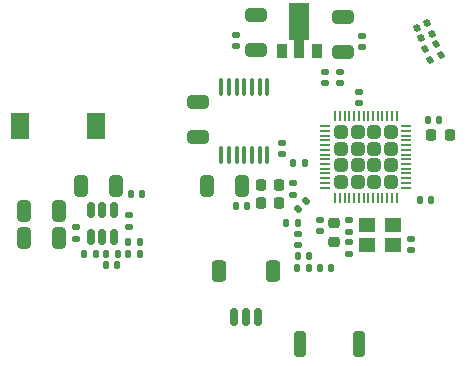
<source format=gbp>
G04 #@! TF.GenerationSoftware,KiCad,Pcbnew,(7.0.0)*
G04 #@! TF.CreationDate,2023-05-14T21:45:47+08:00*
G04 #@! TF.ProjectId,ServoLess,53657276-6f4c-4657-9373-2e6b69636164,V2.0*
G04 #@! TF.SameCoordinates,Original*
G04 #@! TF.FileFunction,Paste,Bot*
G04 #@! TF.FilePolarity,Positive*
%FSLAX46Y46*%
G04 Gerber Fmt 4.6, Leading zero omitted, Abs format (unit mm)*
G04 Created by KiCad (PCBNEW (7.0.0)) date 2023-05-14 21:45:47*
%MOMM*%
%LPD*%
G01*
G04 APERTURE LIST*
G04 Aperture macros list*
%AMRoundRect*
0 Rectangle with rounded corners*
0 $1 Rounding radius*
0 $2 $3 $4 $5 $6 $7 $8 $9 X,Y pos of 4 corners*
0 Add a 4 corners polygon primitive as box body*
4,1,4,$2,$3,$4,$5,$6,$7,$8,$9,$2,$3,0*
0 Add four circle primitives for the rounded corners*
1,1,$1+$1,$2,$3*
1,1,$1+$1,$4,$5*
1,1,$1+$1,$6,$7*
1,1,$1+$1,$8,$9*
0 Add four rect primitives between the rounded corners*
20,1,$1+$1,$2,$3,$4,$5,0*
20,1,$1+$1,$4,$5,$6,$7,0*
20,1,$1+$1,$6,$7,$8,$9,0*
20,1,$1+$1,$8,$9,$2,$3,0*%
%AMFreePoly0*
4,1,9,3.862500,-0.866500,0.737500,-0.866500,0.737500,-0.450000,-0.737500,-0.450000,-0.737500,0.450000,0.737500,0.450000,0.737500,0.866500,3.862500,0.866500,3.862500,-0.866500,3.862500,-0.866500,$1*%
G04 Aperture macros list end*
%ADD10RoundRect,0.250000X-0.315000X-0.315000X0.315000X-0.315000X0.315000X0.315000X-0.315000X0.315000X0*%
%ADD11RoundRect,0.050000X-0.387500X-0.050000X0.387500X-0.050000X0.387500X0.050000X-0.387500X0.050000X0*%
%ADD12RoundRect,0.050000X-0.050000X-0.387500X0.050000X-0.387500X0.050000X0.387500X-0.050000X0.387500X0*%
%ADD13RoundRect,0.147500X0.172500X-0.147500X0.172500X0.147500X-0.172500X0.147500X-0.172500X-0.147500X0*%
%ADD14RoundRect,0.100000X-0.100000X0.637500X-0.100000X-0.637500X0.100000X-0.637500X0.100000X0.637500X0*%
%ADD15RoundRect,0.218750X-0.218750X-0.256250X0.218750X-0.256250X0.218750X0.256250X-0.218750X0.256250X0*%
%ADD16RoundRect,0.140000X0.140000X0.170000X-0.140000X0.170000X-0.140000X-0.170000X0.140000X-0.170000X0*%
%ADD17RoundRect,0.250000X-0.325000X-0.650000X0.325000X-0.650000X0.325000X0.650000X-0.325000X0.650000X0*%
%ADD18RoundRect,0.140000X-0.170000X0.140000X-0.170000X-0.140000X0.170000X-0.140000X0.170000X0.140000X0*%
%ADD19R,1.400000X1.200000*%
%ADD20RoundRect,0.135000X0.135000X0.185000X-0.135000X0.185000X-0.135000X-0.185000X0.135000X-0.185000X0*%
%ADD21RoundRect,0.140000X0.170000X-0.140000X0.170000X0.140000X-0.170000X0.140000X-0.170000X-0.140000X0*%
%ADD22RoundRect,0.225000X-0.225000X-0.250000X0.225000X-0.250000X0.225000X0.250000X-0.225000X0.250000X0*%
%ADD23RoundRect,0.250000X0.325000X0.650000X-0.325000X0.650000X-0.325000X-0.650000X0.325000X-0.650000X0*%
%ADD24RoundRect,0.225000X-0.250000X0.225000X-0.250000X-0.225000X0.250000X-0.225000X0.250000X0.225000X0*%
%ADD25RoundRect,0.140000X-0.140000X-0.170000X0.140000X-0.170000X0.140000X0.170000X-0.140000X0.170000X0*%
%ADD26RoundRect,0.150000X-0.150000X-0.625000X0.150000X-0.625000X0.150000X0.625000X-0.150000X0.625000X0*%
%ADD27RoundRect,0.250000X-0.350000X-0.650000X0.350000X-0.650000X0.350000X0.650000X-0.350000X0.650000X0*%
%ADD28RoundRect,0.147500X0.147500X0.172500X-0.147500X0.172500X-0.147500X-0.172500X0.147500X-0.172500X0*%
%ADD29RoundRect,0.250000X-0.650000X0.325000X-0.650000X-0.325000X0.650000X-0.325000X0.650000X0.325000X0*%
%ADD30RoundRect,0.135000X-0.053927X-0.222580X0.195520X-0.119255X0.053927X0.222580X-0.195520X0.119255X0*%
%ADD31RoundRect,0.135000X-0.135000X-0.185000X0.135000X-0.185000X0.135000X0.185000X-0.135000X0.185000X0*%
%ADD32RoundRect,0.250000X-0.250000X0.850000X-0.250000X-0.850000X0.250000X-0.850000X0.250000X0.850000X0*%
%ADD33R,1.500000X2.200000*%
%ADD34RoundRect,0.140000X-0.064287X-0.210635X0.194399X-0.103484X0.064287X0.210635X-0.194399X0.103484X0*%
%ADD35R,0.900000X1.300000*%
%ADD36FreePoly0,90.000000*%
%ADD37RoundRect,0.135000X-0.185000X0.135000X-0.185000X-0.135000X0.185000X-0.135000X0.185000X0.135000X0*%
%ADD38RoundRect,0.250000X0.650000X-0.325000X0.650000X0.325000X-0.650000X0.325000X-0.650000X-0.325000X0*%
%ADD39RoundRect,0.150000X-0.150000X0.512500X-0.150000X-0.512500X0.150000X-0.512500X0.150000X0.512500X0*%
%ADD40RoundRect,0.147500X0.017678X-0.226274X0.226274X-0.017678X-0.017678X0.226274X-0.226274X0.017678X0*%
G04 APERTURE END LIST*
D10*
X148387500Y-91225000D03*
X148387500Y-92625000D03*
X148387500Y-94025000D03*
X148387500Y-95425000D03*
X149787500Y-91225000D03*
X149787500Y-92625000D03*
X149787500Y-94025000D03*
X149787500Y-95425000D03*
X151187500Y-91225000D03*
X151187500Y-92625000D03*
X151187500Y-94025000D03*
X151187500Y-95425000D03*
X152587500Y-91225000D03*
X152587500Y-92625000D03*
X152587500Y-94025000D03*
X152587500Y-95425000D03*
D11*
X147050000Y-95925000D03*
X147050000Y-95525000D03*
X147050000Y-95125000D03*
X147050000Y-94725000D03*
X147050000Y-94325000D03*
X147050000Y-93925000D03*
X147050000Y-93525000D03*
X147050000Y-93125000D03*
X147050000Y-92725000D03*
X147050000Y-92325000D03*
X147050000Y-91925000D03*
X147050000Y-91525000D03*
X147050000Y-91125000D03*
X147050000Y-90725000D03*
D12*
X147887500Y-89887500D03*
X148287500Y-89887500D03*
X148687500Y-89887500D03*
X149087500Y-89887500D03*
X149487500Y-89887500D03*
X149887500Y-89887500D03*
X150287500Y-89887500D03*
X150687500Y-89887500D03*
X151087500Y-89887500D03*
X151487500Y-89887500D03*
X151887500Y-89887500D03*
X152287500Y-89887500D03*
X152687500Y-89887500D03*
X153087500Y-89887500D03*
D11*
X153925000Y-90725000D03*
X153925000Y-91125000D03*
X153925000Y-91525000D03*
X153925000Y-91925000D03*
X153925000Y-92325000D03*
X153925000Y-92725000D03*
X153925000Y-93125000D03*
X153925000Y-93525000D03*
X153925000Y-93925000D03*
X153925000Y-94325000D03*
X153925000Y-94725000D03*
X153925000Y-95125000D03*
X153925000Y-95525000D03*
X153925000Y-95925000D03*
D12*
X153087500Y-96762500D03*
X152687500Y-96762500D03*
X152287500Y-96762500D03*
X151887500Y-96762500D03*
X151487500Y-96762500D03*
X151087500Y-96762500D03*
X150687500Y-96762500D03*
X150287500Y-96762500D03*
X149887500Y-96762500D03*
X149487500Y-96762500D03*
X149087500Y-96762500D03*
X148687500Y-96762500D03*
X148287500Y-96762500D03*
X147887500Y-96762500D03*
D13*
X149070000Y-99650000D03*
X149070000Y-98680000D03*
D14*
X138250000Y-87437500D03*
X138900000Y-87437500D03*
X139550000Y-87437500D03*
X140200000Y-87437500D03*
X140850000Y-87437500D03*
X141500000Y-87437500D03*
X142150000Y-87437500D03*
X142150000Y-93162500D03*
X141500000Y-93162500D03*
X140850000Y-93162500D03*
X140200000Y-93162500D03*
X139550000Y-93162500D03*
X138900000Y-93162500D03*
X138250000Y-93162500D03*
D15*
X141587500Y-95700000D03*
X143162500Y-95700000D03*
D16*
X140430000Y-97475000D03*
X139470000Y-97475000D03*
D17*
X121575000Y-97875000D03*
X124525000Y-97875000D03*
D18*
X143425000Y-93105000D03*
X143425000Y-92145000D03*
X144320000Y-95555000D03*
X144320000Y-96515000D03*
D19*
X150579999Y-99084999D03*
X152779999Y-99084999D03*
X152779999Y-100784999D03*
X150579999Y-100784999D03*
D20*
X145335000Y-93825000D03*
X144315000Y-93825000D03*
D21*
X139525000Y-83930000D03*
X139525000Y-82970000D03*
D22*
X141575000Y-97200000D03*
X143125000Y-97200000D03*
D23*
X129300000Y-95750000D03*
X126350000Y-95750000D03*
D18*
X154270000Y-100245000D03*
X154270000Y-101205000D03*
D24*
X147830000Y-98950000D03*
X147830000Y-100500000D03*
D21*
X147050000Y-86120000D03*
X147050000Y-87080000D03*
D23*
X140025000Y-95825000D03*
X137075000Y-95825000D03*
D25*
X144700000Y-101730000D03*
X145660000Y-101730000D03*
D26*
X139350000Y-106875000D03*
X140350000Y-106875000D03*
X141350000Y-106875000D03*
D27*
X138050000Y-103000000D03*
X142650000Y-103000000D03*
D28*
X145665000Y-102700000D03*
X144695000Y-102700000D03*
D17*
X121575000Y-100200000D03*
X124525000Y-100200000D03*
D18*
X146630000Y-98665000D03*
X146630000Y-99625000D03*
D13*
X144700000Y-100785000D03*
X144700000Y-99815000D03*
D21*
X148300000Y-86120000D03*
X148300000Y-87080000D03*
D29*
X148525000Y-81450000D03*
X148525000Y-84400000D03*
D30*
X155888821Y-85080169D03*
X156831179Y-84689831D03*
D25*
X146580000Y-102700000D03*
X147540000Y-102700000D03*
X128495000Y-102475000D03*
X129455000Y-102475000D03*
D31*
X126590000Y-101550000D03*
X127610000Y-101550000D03*
D32*
X144870000Y-109185000D03*
X149870000Y-109185000D03*
D21*
X149875000Y-88755000D03*
X149875000Y-87795000D03*
D29*
X136240000Y-88690000D03*
X136240000Y-91640000D03*
D33*
X127599999Y-90674999D03*
X121199999Y-90674999D03*
D16*
X144700000Y-98880000D03*
X143740000Y-98880000D03*
D22*
X156025000Y-91435000D03*
X157575000Y-91435000D03*
D18*
X150150000Y-83070000D03*
X150150000Y-84030000D03*
D25*
X155750000Y-90205000D03*
X156710000Y-90205000D03*
D31*
X130340000Y-100550000D03*
X131360000Y-100550000D03*
D30*
X155508821Y-84160169D03*
X156451179Y-83769831D03*
D25*
X130595000Y-96450000D03*
X131555000Y-96450000D03*
D34*
X155166538Y-83268688D03*
X156053462Y-82901312D03*
X154796538Y-82378688D03*
X155683462Y-82011312D03*
D31*
X128465000Y-101525000D03*
X129485000Y-101525000D03*
D25*
X155070000Y-96975000D03*
X156030000Y-96975000D03*
D21*
X149080000Y-101525000D03*
X149080000Y-100565000D03*
D31*
X130340000Y-101500000D03*
X131360000Y-101500000D03*
D35*
X146349999Y-84314999D03*
D36*
X144850000Y-84227500D03*
D35*
X143349999Y-84314999D03*
D21*
X125975000Y-100255000D03*
X125975000Y-99295000D03*
D37*
X130400000Y-98215000D03*
X130400000Y-99235000D03*
D38*
X141150000Y-84250000D03*
X141150000Y-81300000D03*
D39*
X127225000Y-97837500D03*
X128175000Y-97837500D03*
X129125000Y-97837500D03*
X129125000Y-100112500D03*
X128175000Y-100112500D03*
X127225000Y-100112500D03*
D40*
X144707053Y-97742947D03*
X145392947Y-97057053D03*
M02*

</source>
